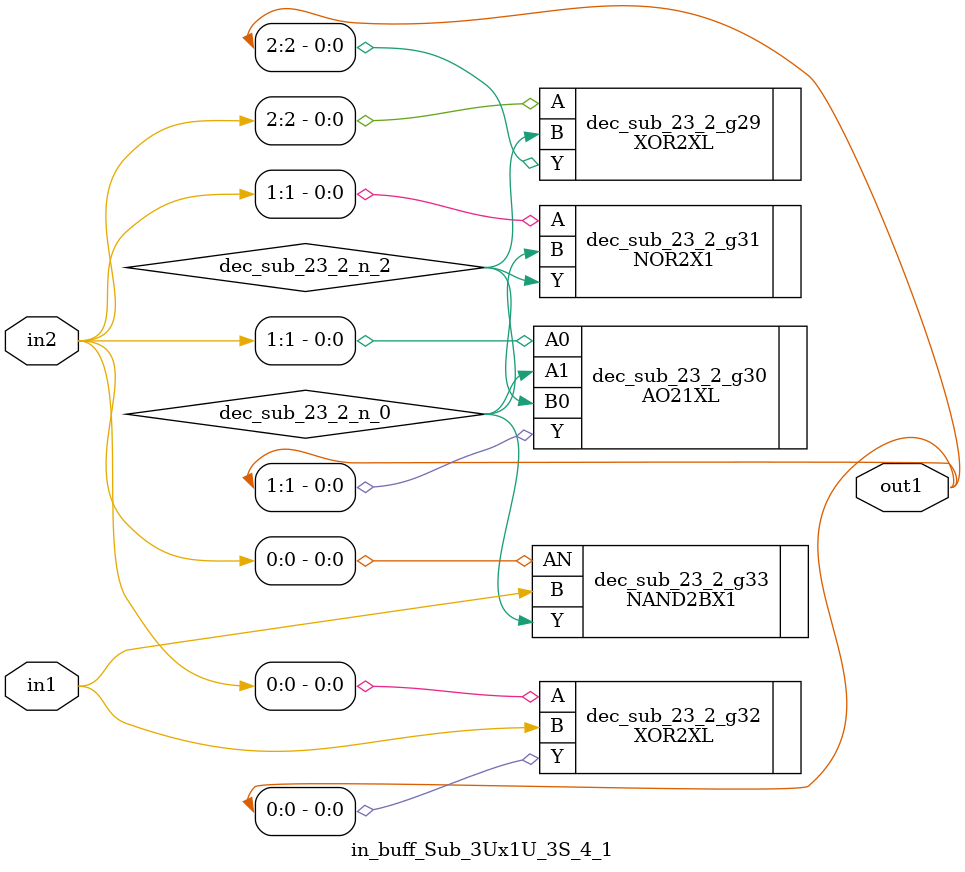
<source format=v>
`timescale 1ps / 1ps


module in_buff_Sub_3Ux1U_3S_4_1(in2, in1, out1);
  input [2:0] in2;
  input in1;
  output [2:0] out1;
  wire [2:0] in2;
  wire in1;
  wire [2:0] out1;
  wire dec_sub_23_2_n_0, dec_sub_23_2_n_2;
  XOR2XL dec_sub_23_2_g29(.A (in2[2]), .B (dec_sub_23_2_n_2), .Y
       (out1[2]));
  AO21XL dec_sub_23_2_g30(.A0 (in2[1]), .A1 (dec_sub_23_2_n_0), .B0
       (dec_sub_23_2_n_2), .Y (out1[1]));
  NOR2X1 dec_sub_23_2_g31(.A (in2[1]), .B (dec_sub_23_2_n_0), .Y
       (dec_sub_23_2_n_2));
  XOR2XL dec_sub_23_2_g32(.A (in2[0]), .B (in1), .Y (out1[0]));
  NAND2BX1 dec_sub_23_2_g33(.AN (in2[0]), .B (in1), .Y
       (dec_sub_23_2_n_0));
endmodule



</source>
